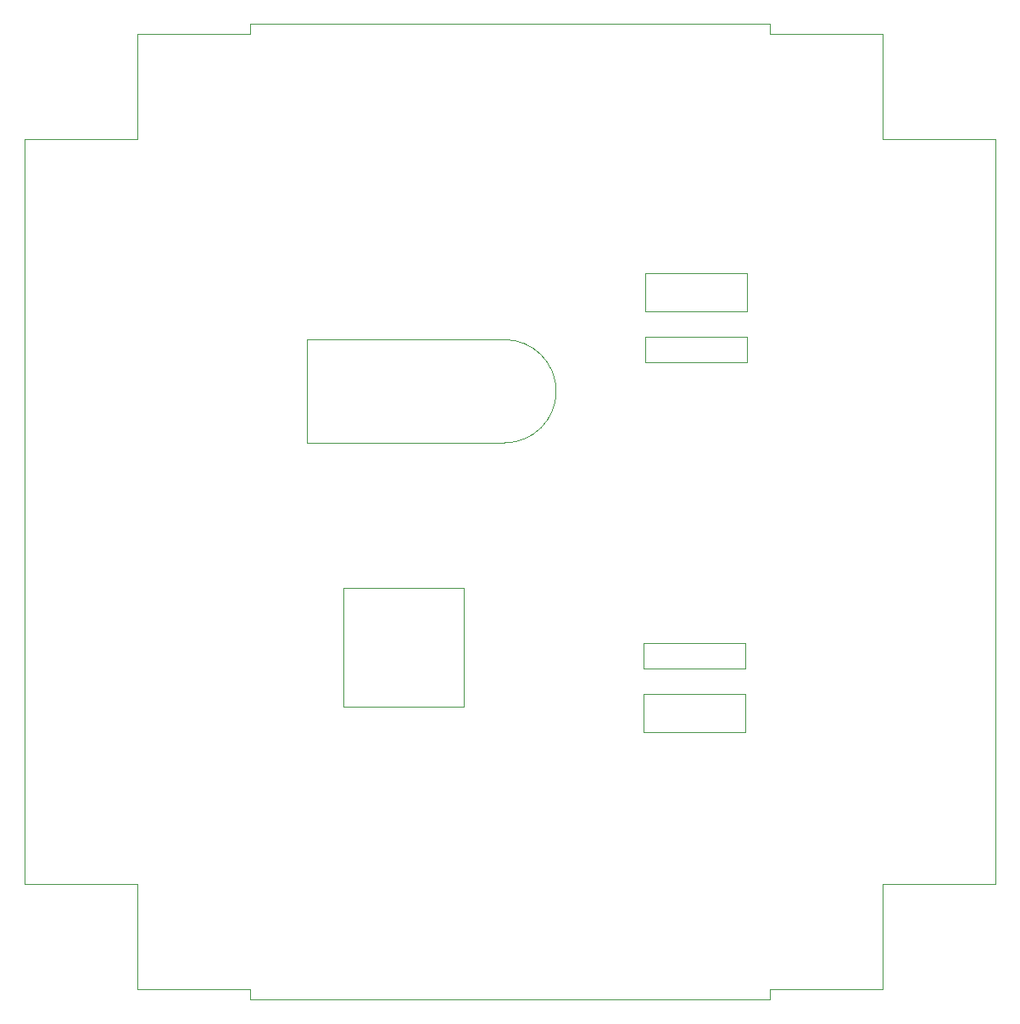
<source format=gm1>
%TF.GenerationSoftware,KiCad,Pcbnew,7.0.10*%
%TF.CreationDate,2024-05-04T16:42:37-07:00*%
%TF.ProjectId,Z_Panels,5a5f5061-6e65-46c7-932e-6b696361645f,rev?*%
%TF.SameCoordinates,Original*%
%TF.FileFunction,Profile,NP*%
%FSLAX46Y46*%
G04 Gerber Fmt 4.6, Leading zero omitted, Abs format (unit mm)*
G04 Created by KiCad (PCBNEW 7.0.10) date 2024-05-04 16:42:37*
%MOMM*%
%LPD*%
G01*
G04 APERTURE LIST*
%TA.AperFunction,Profile*%
%ADD10C,0.050000*%
%TD*%
%TA.AperFunction,Profile*%
%ADD11C,0.100000*%
%TD*%
G04 APERTURE END LIST*
D10*
X219858000Y-40806800D02*
X208584000Y-40806800D01*
X208584000Y-39806800D02*
X208584000Y-40806800D01*
X208584000Y-39806800D02*
X156712000Y-39806800D01*
X219856000Y-136135600D02*
X219856000Y-125620000D01*
D11*
X182097986Y-81596620D02*
G75*
G03*
X182097986Y-71296620I2054J5150000D01*
G01*
D10*
X156712000Y-40806800D02*
X145438000Y-40806800D01*
X145438000Y-51322400D02*
X134164000Y-51322400D01*
X196149035Y-71024000D02*
X196149035Y-73564000D01*
X219858000Y-51322400D02*
X219858000Y-40806800D01*
X206109035Y-101544000D02*
X206109035Y-104084000D01*
X206109035Y-104084000D02*
X195949035Y-104084000D01*
X206104000Y-106624000D02*
X195944000Y-106624000D01*
X206304000Y-68484000D02*
X206304000Y-64674000D01*
X196144000Y-64674000D02*
X196144000Y-68484000D01*
X195949035Y-101544000D02*
X206109035Y-101544000D01*
X231130000Y-125620000D02*
X219856000Y-125620000D01*
D11*
X162322986Y-81596620D02*
X182097986Y-81596620D01*
D10*
X145436000Y-125620000D02*
X134162000Y-125620000D01*
X206309035Y-73564000D02*
X206309035Y-71024000D01*
X145438000Y-51322400D02*
X145438000Y-40806800D01*
X195944000Y-110434000D02*
X206104000Y-110434000D01*
X206304000Y-64674000D02*
X196144000Y-64674000D01*
X156710000Y-137135600D02*
X156710000Y-136135600D01*
X134164000Y-51322400D02*
X134162000Y-125620000D01*
X156710000Y-136135600D02*
X145436000Y-136135600D01*
X219856000Y-136135600D02*
X208582000Y-136135600D01*
X195944000Y-106624000D02*
X195944000Y-110434000D01*
D11*
X162322986Y-71296620D02*
X182097986Y-71296620D01*
X162322986Y-71296620D02*
X162322986Y-81596620D01*
D10*
X208582000Y-137135600D02*
X156710000Y-137135600D01*
X231130000Y-125620000D02*
X231132000Y-51322400D01*
X195949035Y-104084000D02*
X195949035Y-101544000D01*
X231132000Y-51322400D02*
X219858000Y-51322400D01*
X156712000Y-40806800D02*
X156712000Y-39806800D01*
X206309035Y-71024000D02*
X196149035Y-71024000D01*
X196144000Y-68484000D02*
X206304000Y-68484000D01*
X208582000Y-136135600D02*
X208582000Y-137135600D01*
X196149035Y-73564000D02*
X206309035Y-73564000D01*
X145436000Y-136135600D02*
X145436000Y-125620000D01*
X206104000Y-110434000D02*
X206104000Y-106624000D01*
D11*
X166000000Y-96050000D02*
X178000000Y-96050000D01*
X178000000Y-107950000D01*
X166000000Y-107950000D01*
X166000000Y-96050000D01*
M02*

</source>
